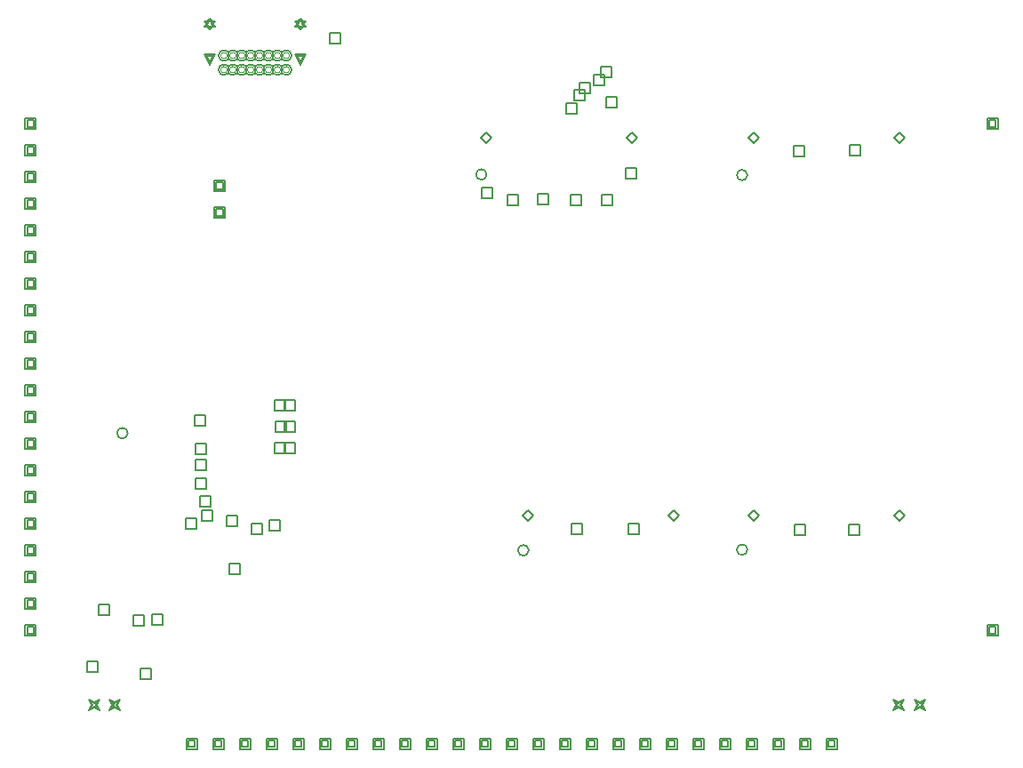
<source format=gbr>
%TF.GenerationSoftware,Altium Limited,Altium Designer,22.7.1 (60)*%
G04 Layer_Color=2752767*
%FSLAX45Y45*%
%MOMM*%
%TF.SameCoordinates,3BEA7849-7BF4-4C83-8F54-36563B6BDC8B*%
%TF.FilePolarity,Positive*%
%TF.FileFunction,Drawing*%
%TF.Part,Single*%
G01*
G75*
%TA.AperFunction,NonConductor*%
%ADD78C,0.12700*%
%ADD79C,0.16933*%
%ADD80C,0.10160*%
D78*
X814709Y773291D02*
X840109Y824091D01*
X814709Y874891D01*
X865509Y849491D01*
X916309Y874891D01*
X890909Y824091D01*
X916309Y773291D01*
X865509Y798691D01*
X814709Y773291D01*
X835029Y793611D02*
X850269Y824091D01*
X835029Y854571D01*
X865509Y839331D01*
X895989Y854571D01*
X880749Y824091D01*
X895989Y793611D01*
X865509Y808851D01*
X835029Y793611D01*
X1014709Y773291D02*
X1040109Y824091D01*
X1014709Y874891D01*
X1065509Y849491D01*
X1116309Y874891D01*
X1090909Y824091D01*
X1116309Y773291D01*
X1065509Y798691D01*
X1014709Y773291D01*
X1035029Y793611D02*
X1050269Y824091D01*
X1035029Y854571D01*
X1065509Y839331D01*
X1095989Y854571D01*
X1080749Y824091D01*
X1095989Y793611D01*
X1065509Y808851D01*
X1035029Y793611D01*
X2832101Y6921800D02*
X2781301Y7023400D01*
X2882901D01*
X2832101Y6921800D01*
Y6942120D02*
X2801621Y7003080D01*
X2862581D01*
X2832101Y6942120D01*
X1967100Y6921800D02*
X1916300Y7023400D01*
X2017900D01*
X1967100Y6921800D01*
Y6942120D02*
X1936620Y7003080D01*
X1997580D01*
X1967100Y6942120D01*
X2832101Y7259800D02*
X2857501Y7285200D01*
X2882901D01*
X2857501Y7310600D01*
X2882901Y7336000D01*
X2857501D01*
X2832101Y7361400D01*
X2806701Y7336000D01*
X2781301D01*
X2806701Y7310600D01*
X2781301Y7285200D01*
X2806701D01*
X2832101Y7259800D01*
Y7280120D02*
X2847341Y7295360D01*
X2862581D01*
X2847341Y7310600D01*
X2862581Y7325840D01*
X2847341D01*
X2832101Y7341080D01*
X2816861Y7325840D01*
X2801621D01*
X2816861Y7310600D01*
X2801621Y7295360D01*
X2816861D01*
X2832101Y7280120D01*
X1967100Y7259800D02*
X1992500Y7285200D01*
X2017900D01*
X1992500Y7310600D01*
X2017900Y7336000D01*
X1992500D01*
X1967100Y7361400D01*
X1941700Y7336000D01*
X1916300D01*
X1941700Y7310600D01*
X1916300Y7285200D01*
X1941700D01*
X1967100Y7259800D01*
Y7280120D02*
X1982340Y7295360D01*
X1997580D01*
X1982340Y7310600D01*
X1997580Y7325840D01*
X1982340D01*
X1967100Y7341080D01*
X1951860Y7325840D01*
X1936620D01*
X1951860Y7310600D01*
X1936620Y7295360D01*
X1951860D01*
X1967100Y7280120D01*
X208200Y6310500D02*
Y6412100D01*
X309800D01*
Y6310500D01*
X208200D01*
X228520Y6330820D02*
Y6391780D01*
X289480D01*
Y6330820D01*
X228520D01*
X208200Y6056500D02*
Y6158100D01*
X309800D01*
Y6056500D01*
X208200D01*
X228520Y6076820D02*
Y6137780D01*
X289480D01*
Y6076820D01*
X228520D01*
X208200Y5802500D02*
Y5904100D01*
X309800D01*
Y5802500D01*
X208200D01*
X228520Y5822820D02*
Y5883780D01*
X289480D01*
Y5822820D01*
X228520D01*
X208200Y5548500D02*
Y5650100D01*
X309800D01*
Y5548500D01*
X208200D01*
X228520Y5568820D02*
Y5629780D01*
X289480D01*
Y5568820D01*
X228520D01*
X208200Y5294500D02*
Y5396100D01*
X309800D01*
Y5294500D01*
X208200D01*
X228520Y5314820D02*
Y5375780D01*
X289480D01*
Y5314820D01*
X228520D01*
X208200Y5040500D02*
Y5142100D01*
X309800D01*
Y5040500D01*
X208200D01*
X228520Y5060820D02*
Y5121780D01*
X289480D01*
Y5060820D01*
X228520D01*
X208200Y4786500D02*
Y4888100D01*
X309800D01*
Y4786500D01*
X208200D01*
X228520Y4806820D02*
Y4867780D01*
X289480D01*
Y4806820D01*
X228520D01*
X208200Y4532500D02*
Y4634100D01*
X309800D01*
Y4532500D01*
X208200D01*
X228520Y4552820D02*
Y4613780D01*
X289480D01*
Y4552820D01*
X228520D01*
X208200Y4278500D02*
Y4380100D01*
X309800D01*
Y4278500D01*
X208200D01*
X228520Y4298820D02*
Y4359780D01*
X289480D01*
Y4298820D01*
X228520D01*
X208200Y4024500D02*
Y4126100D01*
X309800D01*
Y4024500D01*
X208200D01*
X228520Y4044820D02*
Y4105780D01*
X289480D01*
Y4044820D01*
X228520D01*
X208200Y3770500D02*
Y3872100D01*
X309800D01*
Y3770500D01*
X208200D01*
X228520Y3790820D02*
Y3851780D01*
X289480D01*
Y3790820D01*
X228520D01*
X208200Y3516500D02*
Y3618100D01*
X309800D01*
Y3516500D01*
X208200D01*
X228520Y3536820D02*
Y3597780D01*
X289480D01*
Y3536820D01*
X228520D01*
X208200Y3262500D02*
Y3364100D01*
X309800D01*
Y3262500D01*
X208200D01*
X228520Y3282820D02*
Y3343780D01*
X289480D01*
Y3282820D01*
X228520D01*
X208200Y3008500D02*
Y3110100D01*
X309800D01*
Y3008500D01*
X208200D01*
X228520Y3028820D02*
Y3089780D01*
X289480D01*
Y3028820D01*
X228520D01*
X208200Y2754500D02*
Y2856100D01*
X309800D01*
Y2754500D01*
X208200D01*
X228520Y2774820D02*
Y2835780D01*
X289480D01*
Y2774820D01*
X228520D01*
X208200Y2500500D02*
Y2602100D01*
X309800D01*
Y2500500D01*
X208200D01*
X228520Y2520820D02*
Y2581780D01*
X289480D01*
Y2520820D01*
X228520D01*
X208200Y2246500D02*
Y2348100D01*
X309800D01*
Y2246500D01*
X208200D01*
X228520Y2266820D02*
Y2327780D01*
X289480D01*
Y2266820D01*
X228520D01*
X208200Y1992500D02*
Y2094100D01*
X309800D01*
Y1992500D01*
X208200D01*
X228520Y2012820D02*
Y2073780D01*
X289480D01*
Y2012820D01*
X228520D01*
X208200Y1738500D02*
Y1840100D01*
X309800D01*
Y1738500D01*
X208200D01*
X228520Y1758820D02*
Y1819780D01*
X289480D01*
Y1758820D01*
X228520D01*
X208200Y1484500D02*
Y1586100D01*
X309800D01*
Y1484500D01*
X208200D01*
X228520Y1504820D02*
Y1565780D01*
X289480D01*
Y1504820D01*
X228520D01*
X1743630Y404200D02*
Y505800D01*
X1845230D01*
Y404200D01*
X1743630D01*
X1763950Y424520D02*
Y485480D01*
X1824910D01*
Y424520D01*
X1763950D01*
X1997630Y404200D02*
Y505800D01*
X2099230D01*
Y404200D01*
X1997630D01*
X2017950Y424520D02*
Y485480D01*
X2078910D01*
Y424520D01*
X2017950D01*
X2251630Y404200D02*
Y505800D01*
X2353230D01*
Y404200D01*
X2251630D01*
X2271950Y424520D02*
Y485480D01*
X2332910D01*
Y424520D01*
X2271950D01*
X2505630Y404200D02*
Y505800D01*
X2607230D01*
Y404200D01*
X2505630D01*
X2525950Y424520D02*
Y485480D01*
X2586910D01*
Y424520D01*
X2525950D01*
X2759630Y404200D02*
Y505800D01*
X2861230D01*
Y404200D01*
X2759630D01*
X2779950Y424520D02*
Y485480D01*
X2840910D01*
Y424520D01*
X2779950D01*
X3013630Y404200D02*
Y505800D01*
X3115230D01*
Y404200D01*
X3013630D01*
X3033950Y424520D02*
Y485480D01*
X3094910D01*
Y424520D01*
X3033950D01*
X3267630Y404200D02*
Y505800D01*
X3369230D01*
Y404200D01*
X3267630D01*
X3287950Y424520D02*
Y485480D01*
X3348910D01*
Y424520D01*
X3287950D01*
X3521630Y404200D02*
Y505800D01*
X3623230D01*
Y404200D01*
X3521630D01*
X3541950Y424520D02*
Y485480D01*
X3602910D01*
Y424520D01*
X3541950D01*
X3775630Y404200D02*
Y505800D01*
X3877230D01*
Y404200D01*
X3775630D01*
X3795950Y424520D02*
Y485480D01*
X3856910D01*
Y424520D01*
X3795950D01*
X4029630Y404200D02*
Y505800D01*
X4131230D01*
Y404200D01*
X4029630D01*
X4049950Y424520D02*
Y485480D01*
X4110910D01*
Y424520D01*
X4049950D01*
X4283630Y404200D02*
Y505800D01*
X4385230D01*
Y404200D01*
X4283630D01*
X4303950Y424520D02*
Y485480D01*
X4364910D01*
Y424520D01*
X4303950D01*
X4537630Y404200D02*
Y505800D01*
X4639230D01*
Y404200D01*
X4537630D01*
X4557950Y424520D02*
Y485480D01*
X4618910D01*
Y424520D01*
X4557950D01*
X4791630Y404200D02*
Y505800D01*
X4893230D01*
Y404200D01*
X4791630D01*
X4811950Y424520D02*
Y485480D01*
X4872910D01*
Y424520D01*
X4811950D01*
X5045630Y404200D02*
Y505800D01*
X5147230D01*
Y404200D01*
X5045630D01*
X5065950Y424520D02*
Y485480D01*
X5126910D01*
Y424520D01*
X5065950D01*
X5299630Y404200D02*
Y505800D01*
X5401230D01*
Y404200D01*
X5299630D01*
X5319950Y424520D02*
Y485480D01*
X5380910D01*
Y424520D01*
X5319950D01*
X5553630Y404200D02*
Y505800D01*
X5655230D01*
Y404200D01*
X5553630D01*
X5573950Y424520D02*
Y485480D01*
X5634910D01*
Y424520D01*
X5573950D01*
X5807630Y404200D02*
Y505800D01*
X5909230D01*
Y404200D01*
X5807630D01*
X5827950Y424520D02*
Y485480D01*
X5888910D01*
Y424520D01*
X5827950D01*
X6061630Y404200D02*
Y505800D01*
X6163230D01*
Y404200D01*
X6061630D01*
X6081950Y424520D02*
Y485480D01*
X6142910D01*
Y424520D01*
X6081950D01*
X6315630Y404200D02*
Y505800D01*
X6417230D01*
Y404200D01*
X6315630D01*
X6335950Y424520D02*
Y485480D01*
X6396910D01*
Y424520D01*
X6335950D01*
X6569630Y404200D02*
Y505800D01*
X6671230D01*
Y404200D01*
X6569630D01*
X6589950Y424520D02*
Y485480D01*
X6650910D01*
Y424520D01*
X6589950D01*
X6823630Y404200D02*
Y505800D01*
X6925230D01*
Y404200D01*
X6823630D01*
X6843950Y424520D02*
Y485480D01*
X6904910D01*
Y424520D01*
X6843950D01*
X7077630Y404200D02*
Y505800D01*
X7179230D01*
Y404200D01*
X7077630D01*
X7097950Y424520D02*
Y485480D01*
X7158910D01*
Y424520D01*
X7097950D01*
X7331630Y404200D02*
Y505800D01*
X7433230D01*
Y404200D01*
X7331630D01*
X7351950Y424520D02*
Y485480D01*
X7412910D01*
Y424520D01*
X7351950D01*
X7585630Y404200D02*
Y505800D01*
X7687230D01*
Y404200D01*
X7585630D01*
X7605950Y424520D02*
Y485480D01*
X7666910D01*
Y424520D01*
X7605950D01*
X7839630Y404200D02*
Y505800D01*
X7941230D01*
Y404200D01*
X7839630D01*
X7859950Y424520D02*
Y485480D01*
X7920910D01*
Y424520D01*
X7859950D01*
X8680429Y773291D02*
X8705829Y824091D01*
X8680429Y874891D01*
X8731229Y849491D01*
X8782029Y874891D01*
X8756629Y824091D01*
X8782029Y773291D01*
X8731229Y798691D01*
X8680429Y773291D01*
X8700749Y793611D02*
X8715989Y824091D01*
X8700749Y854571D01*
X8731229Y839331D01*
X8761709Y854571D01*
X8746469Y824091D01*
X8761709Y793611D01*
X8731229Y808851D01*
X8700749Y793611D01*
X8480429Y773291D02*
X8505829Y824091D01*
X8480429Y874891D01*
X8531229Y849491D01*
X8582029Y874891D01*
X8556629Y824091D01*
X8582029Y773291D01*
X8531229Y798691D01*
X8480429Y773291D01*
X8500749Y793611D02*
X8515989Y824091D01*
X8500749Y854571D01*
X8531229Y839331D01*
X8561709Y854571D01*
X8546469Y824091D01*
X8561709Y793611D01*
X8531229Y808851D01*
X8500749Y793611D01*
X9375060Y1484500D02*
Y1586100D01*
X9476660D01*
Y1484500D01*
X9375060D01*
X9395380Y1504820D02*
Y1565780D01*
X9456340D01*
Y1504820D01*
X9395380D01*
X9375060Y6310500D02*
Y6412100D01*
X9476660D01*
Y6310500D01*
X9375060D01*
X9395380Y6330820D02*
Y6391780D01*
X9456340D01*
Y6330820D01*
X9395380D01*
X6336606Y2628489D02*
X6387406Y2679289D01*
X6438206Y2628489D01*
X6387406Y2577689D01*
X6336606Y2628489D01*
X4946606D02*
X4997406Y2679289D01*
X5048206Y2628489D01*
X4997406Y2577689D01*
X4946606Y2628489D01*
X8486606D02*
X8537406Y2679289D01*
X8588206Y2628489D01*
X8537406Y2577689D01*
X8486606Y2628489D01*
X7096606D02*
X7147406Y2679289D01*
X7198206Y2628489D01*
X7147406Y2577689D01*
X7096606Y2628489D01*
X8486606Y6228489D02*
X8537406Y6279289D01*
X8588206Y6228489D01*
X8537406Y6177689D01*
X8486606Y6228489D01*
X7096606D02*
X7147406Y6279289D01*
X7198206Y6228489D01*
X7147406Y6177689D01*
X7096606Y6228489D01*
X5936606D02*
X5987406Y6279289D01*
X6038206Y6228489D01*
X5987406Y6177689D01*
X5936606Y6228489D01*
X4546606D02*
X4597406Y6279289D01*
X4648206Y6228489D01*
X4597406Y6177689D01*
X4546606Y6228489D01*
X2010918Y5464048D02*
Y5565648D01*
X2112518D01*
Y5464048D01*
X2010918D01*
X2031238Y5484368D02*
Y5545328D01*
X2092198D01*
Y5484368D01*
X2031238D01*
X2010918Y5718048D02*
Y5819648D01*
X2112518D01*
Y5718048D01*
X2010918D01*
X2031238Y5738368D02*
Y5799328D01*
X2092198D01*
Y5738368D01*
X2031238D01*
X8065313Y6058865D02*
Y6160465D01*
X8166913D01*
Y6058865D01*
X8065313D01*
X7529830Y6052414D02*
Y6154014D01*
X7631430D01*
Y6052414D01*
X7529830D01*
X8058861Y2445969D02*
Y2547569D01*
X8160461D01*
Y2445969D01*
X8058861D01*
X7536282D02*
Y2547569D01*
X7637882D01*
Y2445969D01*
X7536282D01*
X5955640Y2452421D02*
Y2554021D01*
X6057240D01*
Y2452421D01*
X5955640D01*
X5413705D02*
Y2554021D01*
X5515305D01*
Y2452421D01*
X5413705D01*
X5089206Y5587670D02*
Y5689270D01*
X5190806D01*
Y5587670D01*
X5089206D01*
X4801296Y5580375D02*
Y5681975D01*
X4902896D01*
Y5580375D01*
X4801296D01*
X5401296Y5580380D02*
Y5681980D01*
X5502896D01*
Y5580380D01*
X5401296D01*
X5701296D02*
Y5681980D01*
X5802896D01*
Y5580380D01*
X5701296D01*
X5362092Y6452413D02*
Y6554013D01*
X5463692D01*
Y6452413D01*
X5362092D01*
X5929833Y5833059D02*
Y5934659D01*
X6031433D01*
Y5833059D01*
X5929833D01*
X4562094Y5652414D02*
Y5754014D01*
X4663694D01*
Y5652414D01*
X4562094D01*
X2536292Y2484679D02*
Y2586279D01*
X2637892D01*
Y2484679D01*
X2536292D01*
X2129841Y2529840D02*
Y2631440D01*
X2231441D01*
Y2529840D01*
X2129841D01*
X2155647Y2071776D02*
Y2173376D01*
X2257247D01*
Y2071776D01*
X2155647D01*
X1833067Y2884678D02*
Y2986278D01*
X1934667D01*
Y2884678D01*
X1833067D01*
X1742745Y2497582D02*
Y2599182D01*
X1844345D01*
Y2497582D01*
X1742745D01*
X1833067Y3058871D02*
Y3160471D01*
X1934667D01*
Y3058871D01*
X1833067D01*
Y3213710D02*
Y3315310D01*
X1934667D01*
Y3213710D01*
X1833067D01*
X1891132Y2581453D02*
Y2683053D01*
X1992732D01*
Y2581453D01*
X1891132D01*
X1820164Y3484677D02*
Y3586277D01*
X1921764D01*
Y3484677D01*
X1820164D01*
X910488Y1678229D02*
Y1779829D01*
X1012088D01*
Y1678229D01*
X910488D01*
X1304036Y1071778D02*
Y1173378D01*
X1405636D01*
Y1071778D01*
X1304036D01*
X800811Y1136294D02*
Y1237894D01*
X902411D01*
Y1136294D01*
X800811D01*
X1239520Y1581455D02*
Y1683055D01*
X1341120D01*
Y1581455D01*
X1239520D01*
X5626608Y6723380D02*
Y6824980D01*
X5728208D01*
Y6723380D01*
X5626608D01*
X5691505Y6798691D02*
Y6900291D01*
X5793105D01*
Y6798691D01*
X5691505D01*
X5491124Y6652412D02*
Y6754012D01*
X5592724D01*
Y6652412D01*
X5491124D01*
X5439512Y6581445D02*
Y6683045D01*
X5541112D01*
Y6581445D01*
X5439512D01*
X1871777Y2710485D02*
Y2812085D01*
X1973377D01*
Y2710485D01*
X1871777D01*
X5742737Y6516929D02*
Y6618529D01*
X5844337D01*
Y6516929D01*
X5742737D01*
X1413713Y1587906D02*
Y1689506D01*
X1515313D01*
Y1587906D01*
X1413713D01*
X2594356Y3426612D02*
Y3528212D01*
X2695956D01*
Y3426612D01*
X2594356D01*
X2678227Y3220161D02*
Y3321761D01*
X2779827D01*
Y3220161D01*
X2678227D01*
Y3426612D02*
Y3528212D01*
X2779827D01*
Y3426612D01*
X2678227D01*
Y3626612D02*
Y3728212D01*
X2779827D01*
Y3626612D01*
X2678227D01*
X2587904D02*
Y3728212D01*
X2689504D01*
Y3626612D01*
X2587904D01*
Y3220161D02*
Y3321761D01*
X2689504D01*
Y3220161D01*
X2587904D01*
X2368550Y2452421D02*
Y2554021D01*
X2470150D01*
Y2452421D01*
X2368550D01*
X3110484Y7123379D02*
Y7224979D01*
X3212084D01*
Y7123379D01*
X3110484D01*
D79*
X2152900Y7009600D02*
G03*
X2152900Y7009600I-50800J0D01*
G01*
X2237901D02*
G03*
X2237901Y7009600I-50800J0D01*
G01*
X2322900D02*
G03*
X2322900Y7009600I-50800J0D01*
G01*
X2407900D02*
G03*
X2407900Y7009600I-50800J0D01*
G01*
X2492901D02*
G03*
X2492901Y7009600I-50800J0D01*
G01*
X2577901D02*
G03*
X2577901Y7009600I-50800J0D01*
G01*
X2662900D02*
G03*
X2662900Y7009600I-50800J0D01*
G01*
X2747901D02*
G03*
X2747901Y7009600I-50800J0D01*
G01*
Y6874600D02*
G03*
X2747901Y6874600I-50800J0D01*
G01*
X2662900D02*
G03*
X2662900Y6874600I-50800J0D01*
G01*
X2577901D02*
G03*
X2577901Y6874600I-50800J0D01*
G01*
X2492901D02*
G03*
X2492901Y6874600I-50800J0D01*
G01*
X2407900D02*
G03*
X2407900Y6874600I-50800J0D01*
G01*
X2322900D02*
G03*
X2322900Y6874600I-50800J0D01*
G01*
X2237901D02*
G03*
X2237901Y6874600I-50800J0D01*
G01*
X2152900D02*
G03*
X2152900Y6874600I-50800J0D01*
G01*
X4605630Y5877408D02*
G03*
X4605630Y5877408I-50800J0D01*
G01*
X1186282Y3412896D02*
G03*
X1186282Y3412896I-50800J0D01*
G01*
X7089496Y2303221D02*
G03*
X7089496Y2303221I-50800J0D01*
G01*
Y5870956D02*
G03*
X7089496Y5870956I-50800J0D01*
G01*
X5005629Y2296770D02*
G03*
X5005629Y2296770I-50800J0D01*
G01*
D80*
X2132580Y7009600D02*
G03*
X2132580Y7009600I-30480J0D01*
G01*
X2217581D02*
G03*
X2217581Y7009600I-30480J0D01*
G01*
X2302580D02*
G03*
X2302580Y7009600I-30480J0D01*
G01*
X2387580D02*
G03*
X2387580Y7009600I-30480J0D01*
G01*
X2472581D02*
G03*
X2472581Y7009600I-30480J0D01*
G01*
X2557581D02*
G03*
X2557581Y7009600I-30480J0D01*
G01*
X2642580D02*
G03*
X2642580Y7009600I-30480J0D01*
G01*
X2727581D02*
G03*
X2727581Y7009600I-30480J0D01*
G01*
Y6874600D02*
G03*
X2727581Y6874600I-30480J0D01*
G01*
X2642580D02*
G03*
X2642580Y6874600I-30480J0D01*
G01*
X2557581D02*
G03*
X2557581Y6874600I-30480J0D01*
G01*
X2472581D02*
G03*
X2472581Y6874600I-30480J0D01*
G01*
X2387580D02*
G03*
X2387580Y6874600I-30480J0D01*
G01*
X2302580D02*
G03*
X2302580Y6874600I-30480J0D01*
G01*
X2217581D02*
G03*
X2217581Y6874600I-30480J0D01*
G01*
X2132580D02*
G03*
X2132580Y6874600I-30480J0D01*
G01*
%TF.MD5,1a8021e543a8bd41b266b898c895c0e0*%
M02*

</source>
